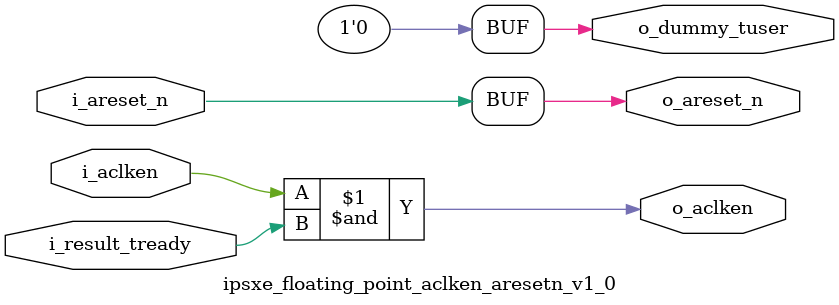
<source format=v>
`timescale 1ns/1ns

module ipsxe_floating_point_aclken_aresetn_v1_0 (
    input i_aclken,
    input i_areset_n,
    input i_result_tready,
    output o_aclken,
    output o_areset_n,
    output o_dummy_tuser
);

assign o_aclken = i_aclken & i_result_tready;
assign o_areset_n = i_areset_n;

assign o_dummy_tuser = 1'b0;

endmodule
</source>
